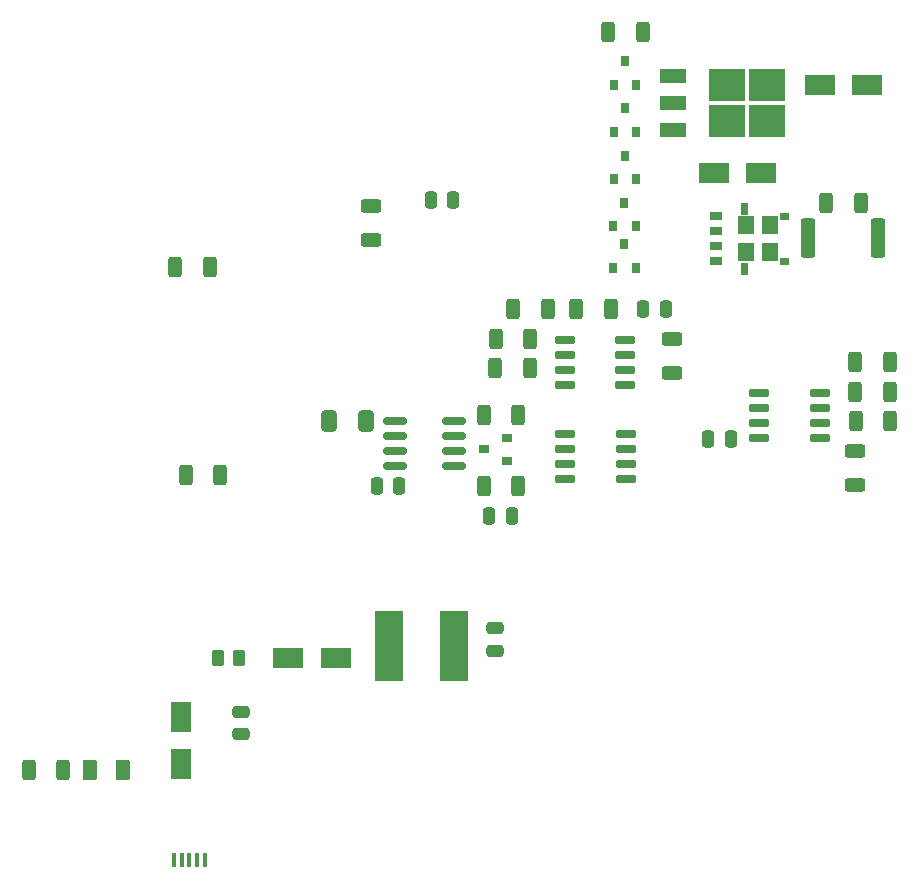
<source format=gbr>
%TF.GenerationSoftware,KiCad,Pcbnew,(6.0.0)*%
%TF.CreationDate,2022-08-23T12:36:08-04:00*%
%TF.ProjectId,Saturation_Tester,53617475-7261-4746-996f-6e5f54657374,rev?*%
%TF.SameCoordinates,Original*%
%TF.FileFunction,Paste,Top*%
%TF.FilePolarity,Positive*%
%FSLAX46Y46*%
G04 Gerber Fmt 4.6, Leading zero omitted, Abs format (unit mm)*
G04 Created by KiCad (PCBNEW (6.0.0)) date 2022-08-23 12:36:08*
%MOMM*%
%LPD*%
G01*
G04 APERTURE LIST*
G04 Aperture macros list*
%AMRoundRect*
0 Rectangle with rounded corners*
0 $1 Rounding radius*
0 $2 $3 $4 $5 $6 $7 $8 $9 X,Y pos of 4 corners*
0 Add a 4 corners polygon primitive as box body*
4,1,4,$2,$3,$4,$5,$6,$7,$8,$9,$2,$3,0*
0 Add four circle primitives for the rounded corners*
1,1,$1+$1,$2,$3*
1,1,$1+$1,$4,$5*
1,1,$1+$1,$6,$7*
1,1,$1+$1,$8,$9*
0 Add four rect primitives between the rounded corners*
20,1,$1+$1,$2,$3,$4,$5,0*
20,1,$1+$1,$4,$5,$6,$7,0*
20,1,$1+$1,$6,$7,$8,$9,0*
20,1,$1+$1,$8,$9,$2,$3,0*%
G04 Aperture macros list end*
%ADD10C,0.010000*%
%ADD11RoundRect,0.249998X0.312502X0.625002X-0.312502X0.625002X-0.312502X-0.625002X0.312502X-0.625002X0*%
%ADD12RoundRect,0.250000X-0.475000X0.250000X-0.475000X-0.250000X0.475000X-0.250000X0.475000X0.250000X0*%
%ADD13R,2.500000X1.800000*%
%ADD14R,1.800000X2.500000*%
%ADD15RoundRect,0.249998X0.262502X0.450002X-0.262502X0.450002X-0.262502X-0.450002X0.262502X-0.450002X0*%
%ADD16R,0.450000X1.300000*%
%ADD17RoundRect,0.250000X-0.375000X-0.625000X0.375000X-0.625000X0.375000X0.625000X-0.375000X0.625000X0*%
%ADD18RoundRect,0.249999X-0.312501X-0.625001X0.312501X-0.625001X0.312501X0.625001X-0.312501X0.625001X0*%
%ADD19RoundRect,0.250000X0.475000X-0.250000X0.475000X0.250000X-0.475000X0.250000X-0.475000X-0.250000X0*%
%ADD20R,2.450000X5.900000*%
%ADD21R,1.000000X0.750000*%
%ADD22RoundRect,0.250000X0.312500X0.625000X-0.312500X0.625000X-0.312500X-0.625000X0.312500X-0.625000X0*%
%ADD23RoundRect,0.250000X0.362500X1.425000X-0.362500X1.425000X-0.362500X-1.425000X0.362500X-1.425000X0*%
%ADD24R,3.050000X2.750000*%
%ADD25R,2.200000X1.200000*%
%ADD26R,0.900000X0.800000*%
%ADD27R,0.800000X0.900000*%
%ADD28RoundRect,0.250000X0.625000X-0.312500X0.625000X0.312500X-0.625000X0.312500X-0.625000X-0.312500X0*%
%ADD29RoundRect,0.250000X-0.312500X-0.625000X0.312500X-0.625000X0.312500X0.625000X-0.312500X0.625000X0*%
%ADD30RoundRect,0.250000X-0.250000X-0.475000X0.250000X-0.475000X0.250000X0.475000X-0.250000X0.475000X0*%
%ADD31RoundRect,0.250000X0.250000X0.475000X-0.250000X0.475000X-0.250000X-0.475000X0.250000X-0.475000X0*%
%ADD32RoundRect,0.250000X-0.625000X0.312500X-0.625000X-0.312500X0.625000X-0.312500X0.625000X0.312500X0*%
%ADD33RoundRect,0.150000X-0.725000X-0.150000X0.725000X-0.150000X0.725000X0.150000X-0.725000X0.150000X0*%
%ADD34RoundRect,0.150000X0.825000X0.150000X-0.825000X0.150000X-0.825000X-0.150000X0.825000X-0.150000X0*%
%ADD35RoundRect,0.150000X0.725000X0.150000X-0.725000X0.150000X-0.725000X-0.150000X0.725000X-0.150000X0*%
%ADD36RoundRect,0.250000X0.412500X0.650000X-0.412500X0.650000X-0.412500X-0.650000X0.412500X-0.650000X0*%
G04 APERTURE END LIST*
D10*
%TO.C,Q1*%
X132802500Y-86077500D02*
X133292500Y-86077500D01*
X133292500Y-86077500D02*
X133292500Y-86982500D01*
X133292500Y-86982500D02*
X132802500Y-86982500D01*
X132802500Y-86982500D02*
X132802500Y-86077500D01*
G36*
X133292500Y-86982500D02*
G01*
X132802500Y-86982500D01*
X132802500Y-86077500D01*
X133292500Y-86077500D01*
X133292500Y-86982500D01*
G37*
X133292500Y-86982500D02*
X132802500Y-86982500D01*
X132802500Y-86077500D01*
X133292500Y-86077500D01*
X133292500Y-86982500D01*
X132802500Y-81017500D02*
X133292500Y-81017500D01*
X133292500Y-81017500D02*
X133292500Y-81922500D01*
X133292500Y-81922500D02*
X132802500Y-81922500D01*
X132802500Y-81922500D02*
X132802500Y-81017500D01*
G36*
X133292500Y-81922500D02*
G01*
X132802500Y-81922500D01*
X132802500Y-81017500D01*
X133292500Y-81017500D01*
X133292500Y-81922500D01*
G37*
X133292500Y-81922500D02*
X132802500Y-81922500D01*
X132802500Y-81017500D01*
X133292500Y-81017500D01*
X133292500Y-81922500D01*
X132542500Y-84420000D02*
X133822500Y-84420000D01*
X133822500Y-84420000D02*
X133822500Y-85860000D01*
X133822500Y-85860000D02*
X132542500Y-85860000D01*
X132542500Y-85860000D02*
X132542500Y-84420000D01*
G36*
X133822500Y-85860000D02*
G01*
X132542500Y-85860000D01*
X132542500Y-84420000D01*
X133822500Y-84420000D01*
X133822500Y-85860000D01*
G37*
X133822500Y-85860000D02*
X132542500Y-85860000D01*
X132542500Y-84420000D01*
X133822500Y-84420000D01*
X133822500Y-85860000D01*
X134572500Y-82140000D02*
X135852500Y-82140000D01*
X135852500Y-82140000D02*
X135852500Y-83580000D01*
X135852500Y-83580000D02*
X134572500Y-83580000D01*
X134572500Y-83580000D02*
X134572500Y-82140000D01*
G36*
X135852500Y-83580000D02*
G01*
X134572500Y-83580000D01*
X134572500Y-82140000D01*
X135852500Y-82140000D01*
X135852500Y-83580000D01*
G37*
X135852500Y-83580000D02*
X134572500Y-83580000D01*
X134572500Y-82140000D01*
X135852500Y-82140000D01*
X135852500Y-83580000D01*
X132542500Y-82140000D02*
X133822500Y-82140000D01*
X133822500Y-82140000D02*
X133822500Y-83580000D01*
X133822500Y-83580000D02*
X132542500Y-83580000D01*
X132542500Y-83580000D02*
X132542500Y-82140000D01*
G36*
X133822500Y-83580000D02*
G01*
X132542500Y-83580000D01*
X132542500Y-82140000D01*
X133822500Y-82140000D01*
X133822500Y-83580000D01*
G37*
X133822500Y-83580000D02*
X132542500Y-83580000D01*
X132542500Y-82140000D01*
X133822500Y-82140000D01*
X133822500Y-83580000D01*
X136090000Y-81860000D02*
X136840000Y-81860000D01*
X136840000Y-81860000D02*
X136840000Y-82330000D01*
X136840000Y-82330000D02*
X136090000Y-82330000D01*
X136090000Y-82330000D02*
X136090000Y-81860000D01*
G36*
X136840000Y-82330000D02*
G01*
X136090000Y-82330000D01*
X136090000Y-81860000D01*
X136840000Y-81860000D01*
X136840000Y-82330000D01*
G37*
X136840000Y-82330000D02*
X136090000Y-82330000D01*
X136090000Y-81860000D01*
X136840000Y-81860000D01*
X136840000Y-82330000D01*
X134572500Y-84420000D02*
X135852500Y-84420000D01*
X135852500Y-84420000D02*
X135852500Y-85860000D01*
X135852500Y-85860000D02*
X134572500Y-85860000D01*
X134572500Y-85860000D02*
X134572500Y-84420000D01*
G36*
X135852500Y-85860000D02*
G01*
X134572500Y-85860000D01*
X134572500Y-84420000D01*
X135852500Y-84420000D01*
X135852500Y-85860000D01*
G37*
X135852500Y-85860000D02*
X134572500Y-85860000D01*
X134572500Y-84420000D01*
X135852500Y-84420000D01*
X135852500Y-85860000D01*
X136090000Y-85670000D02*
X136840000Y-85670000D01*
X136840000Y-85670000D02*
X136840000Y-86140000D01*
X136840000Y-86140000D02*
X136090000Y-86140000D01*
X136090000Y-86140000D02*
X136090000Y-85670000D01*
G36*
X136840000Y-86140000D02*
G01*
X136090000Y-86140000D01*
X136090000Y-85670000D01*
X136840000Y-85670000D01*
X136840000Y-86140000D01*
G37*
X136840000Y-86140000D02*
X136090000Y-86140000D01*
X136090000Y-85670000D01*
X136840000Y-85670000D01*
X136840000Y-86140000D01*
%TD*%
D11*
%TO.C,R6*%
X87862500Y-86400000D03*
X84937500Y-86400000D03*
%TD*%
D12*
%TO.C,C5*%
X90450000Y-124100000D03*
X90450000Y-126000000D03*
%TD*%
D13*
%TO.C,D1*%
X98500000Y-119500000D03*
X94500000Y-119500000D03*
%TD*%
D14*
%TO.C,D2*%
X85450000Y-124550000D03*
X85450000Y-128550000D03*
%TD*%
D15*
%TO.C,FB1*%
X90325000Y-119500000D03*
X88500000Y-119500000D03*
%TD*%
D16*
%TO.C,J9*%
X84825000Y-136650000D03*
X85475000Y-136650000D03*
X86125000Y-136650000D03*
X86775000Y-136650000D03*
X87425000Y-136650000D03*
%TD*%
D17*
%TO.C,D3*%
X77700000Y-129000000D03*
X80500000Y-129000000D03*
%TD*%
D11*
%TO.C,R13*%
X75425000Y-129000000D03*
X72500000Y-129000000D03*
%TD*%
D18*
%TO.C,R11*%
X140037500Y-81000000D03*
X142962500Y-81000000D03*
%TD*%
D19*
%TO.C,C10*%
X112000000Y-118900000D03*
X112000000Y-117000000D03*
%TD*%
D20*
%TO.C,L1*%
X108550000Y-118500000D03*
X103000000Y-118500000D03*
%TD*%
D21*
%TO.C,Q1*%
X130705000Y-82095000D03*
X130705000Y-83365000D03*
X130705000Y-84635000D03*
X130705000Y-85905000D03*
%TD*%
D22*
%TO.C,R22*%
X88750000Y-104000000D03*
X85825000Y-104000000D03*
%TD*%
D23*
%TO.C,R24*%
X144462500Y-84000000D03*
X138537500Y-84000000D03*
%TD*%
D24*
%TO.C,Q2*%
X131650000Y-74050000D03*
X135000000Y-74050000D03*
X131650000Y-71000000D03*
X135000000Y-71000000D03*
D25*
X127025000Y-70245000D03*
X127025000Y-72525000D03*
X127025000Y-74805000D03*
%TD*%
D26*
%TO.C,Q3*%
X113025000Y-102815000D03*
X113025000Y-100915000D03*
X111025000Y-101865000D03*
%TD*%
D27*
%TO.C,Q4*%
X122000000Y-86500000D03*
X123900000Y-86500000D03*
X122950000Y-84500000D03*
%TD*%
%TO.C,Q5*%
X122000000Y-83000000D03*
X123900000Y-83000000D03*
X122950000Y-81000000D03*
%TD*%
%TO.C,Q6*%
X122050000Y-79000000D03*
X123950000Y-79000000D03*
X123000000Y-77000000D03*
%TD*%
%TO.C,Q7*%
X122050000Y-75000000D03*
X123950000Y-75000000D03*
X123000000Y-73000000D03*
%TD*%
%TO.C,Q8*%
X122050000Y-71000000D03*
X123950000Y-71000000D03*
X123000000Y-69000000D03*
%TD*%
D28*
%TO.C,R5*%
X126962500Y-95425000D03*
X126962500Y-92500000D03*
%TD*%
D29*
%TO.C,R7*%
X118880000Y-90000000D03*
X121805000Y-90000000D03*
%TD*%
%TO.C,R9*%
X112037500Y-92500000D03*
X114962500Y-92500000D03*
%TD*%
%TO.C,R12*%
X112000000Y-95000000D03*
X114925000Y-95000000D03*
%TD*%
D30*
%TO.C,C8*%
X124562500Y-90000000D03*
X126462500Y-90000000D03*
%TD*%
D31*
%TO.C,C11*%
X108450000Y-80750000D03*
X106550000Y-80750000D03*
%TD*%
D32*
%TO.C,R18*%
X142500000Y-102000000D03*
X142500000Y-104925000D03*
%TD*%
D29*
%TO.C,R19*%
X142500000Y-94500000D03*
X145425000Y-94500000D03*
%TD*%
D22*
%TO.C,R21*%
X145425000Y-97000000D03*
X142500000Y-97000000D03*
%TD*%
%TO.C,R20*%
X145462500Y-99500000D03*
X142537500Y-99500000D03*
%TD*%
D33*
%TO.C,U3*%
X117925000Y-100595000D03*
X117925000Y-101865000D03*
X117925000Y-103135000D03*
X117925000Y-104405000D03*
X123075000Y-104405000D03*
X123075000Y-103135000D03*
X123075000Y-101865000D03*
X123075000Y-100595000D03*
%TD*%
D31*
%TO.C,C13*%
X103900000Y-105000000D03*
X102000000Y-105000000D03*
%TD*%
D34*
%TO.C,U6*%
X108500000Y-103270000D03*
X108500000Y-102000000D03*
X108500000Y-100730000D03*
X108500000Y-99460000D03*
X103550000Y-99460000D03*
X103550000Y-100730000D03*
X103550000Y-102000000D03*
X103550000Y-103270000D03*
%TD*%
D31*
%TO.C,C7*%
X113400000Y-107500000D03*
X111500000Y-107500000D03*
%TD*%
D13*
%TO.C,D4*%
X130500000Y-78500000D03*
X134500000Y-78500000D03*
%TD*%
%TO.C,D5*%
X139500000Y-71000000D03*
X143500000Y-71000000D03*
%TD*%
D22*
%TO.C,R15*%
X113962500Y-105000000D03*
X111037500Y-105000000D03*
%TD*%
D29*
%TO.C,R16*%
X111037500Y-99000000D03*
X113962500Y-99000000D03*
%TD*%
%TO.C,R17*%
X124500000Y-66500000D03*
X121575000Y-66500000D03*
%TD*%
D33*
%TO.C,U4*%
X117887500Y-92595000D03*
X117887500Y-93865000D03*
X117887500Y-95135000D03*
X117887500Y-96405000D03*
X123037500Y-96405000D03*
X123037500Y-95135000D03*
X123037500Y-93865000D03*
X123037500Y-92595000D03*
%TD*%
D35*
%TO.C,U2*%
X139537500Y-100905000D03*
X139537500Y-99635000D03*
X139537500Y-98365000D03*
X139537500Y-97095000D03*
X134387500Y-97095000D03*
X134387500Y-98365000D03*
X134387500Y-99635000D03*
X134387500Y-100905000D03*
%TD*%
D29*
%TO.C,R8*%
X113537500Y-90000000D03*
X116462500Y-90000000D03*
%TD*%
D31*
%TO.C,C12*%
X131950000Y-101000000D03*
X130050000Y-101000000D03*
%TD*%
D28*
%TO.C,R23*%
X101500000Y-84175000D03*
X101500000Y-81250000D03*
%TD*%
D36*
%TO.C,C15*%
X101062500Y-99500000D03*
X97937500Y-99500000D03*
%TD*%
M02*

</source>
